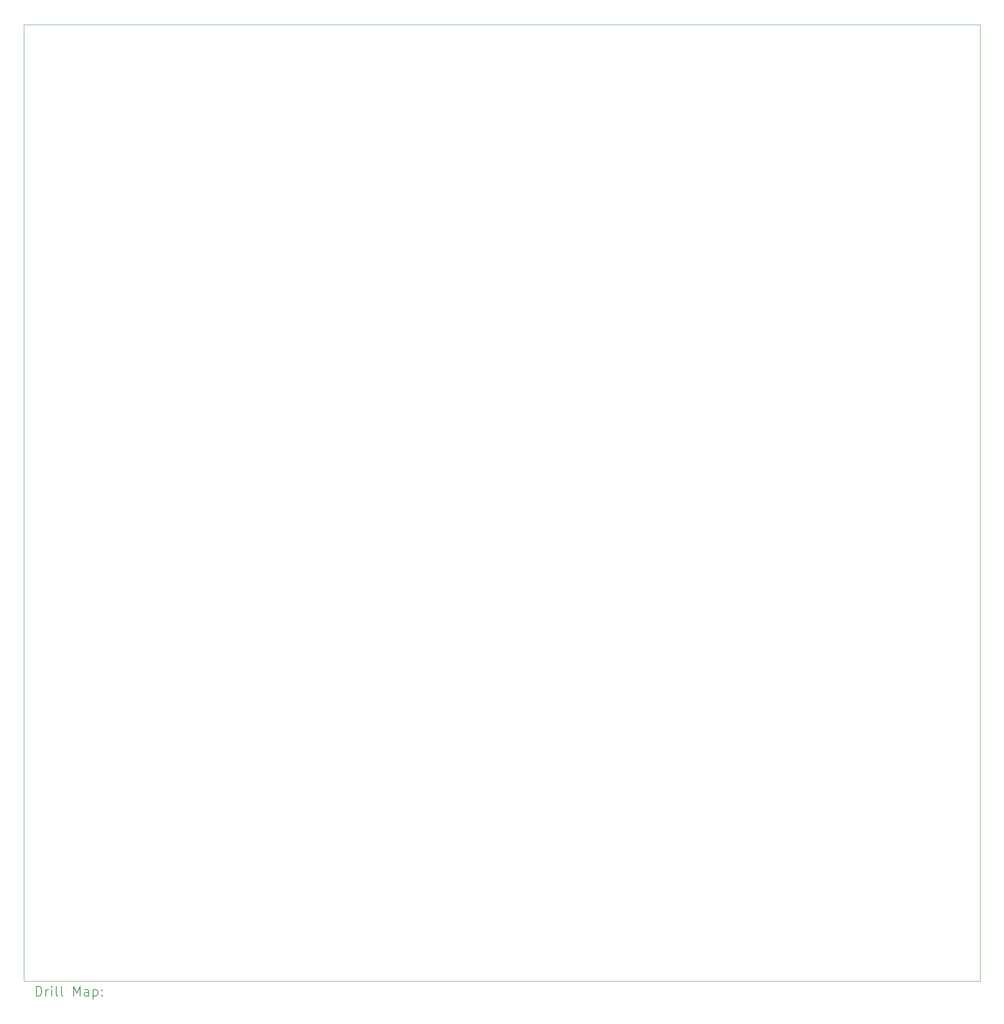
<source format=gbr>
%TF.GenerationSoftware,KiCad,Pcbnew,8.0.8*%
%TF.CreationDate,2025-02-02T20:06:04-05:00*%
%TF.ProjectId,Chessboard Hardware,43686573-7362-46f6-9172-642048617264,1*%
%TF.SameCoordinates,Original*%
%TF.FileFunction,Drillmap*%
%TF.FilePolarity,Positive*%
%FSLAX45Y45*%
G04 Gerber Fmt 4.5, Leading zero omitted, Abs format (unit mm)*
G04 Created by KiCad (PCBNEW 8.0.8) date 2025-02-02 20:06:04*
%MOMM*%
%LPD*%
G01*
G04 APERTURE LIST*
%ADD10C,0.038100*%
%ADD11C,0.200000*%
G04 APERTURE END LIST*
D10*
X5000000Y-5000000D02*
X25000000Y-5000000D01*
X25000000Y-25000000D01*
X5000000Y-25000000D01*
X5000000Y-5000000D01*
D11*
X5258872Y-25313389D02*
X5258872Y-25113389D01*
X5258872Y-25113389D02*
X5306491Y-25113389D01*
X5306491Y-25113389D02*
X5335062Y-25122913D01*
X5335062Y-25122913D02*
X5354110Y-25141960D01*
X5354110Y-25141960D02*
X5363634Y-25161008D01*
X5363634Y-25161008D02*
X5373158Y-25199103D01*
X5373158Y-25199103D02*
X5373158Y-25227674D01*
X5373158Y-25227674D02*
X5363634Y-25265770D01*
X5363634Y-25265770D02*
X5354110Y-25284817D01*
X5354110Y-25284817D02*
X5335062Y-25303865D01*
X5335062Y-25303865D02*
X5306491Y-25313389D01*
X5306491Y-25313389D02*
X5258872Y-25313389D01*
X5458872Y-25313389D02*
X5458872Y-25180055D01*
X5458872Y-25218151D02*
X5468396Y-25199103D01*
X5468396Y-25199103D02*
X5477919Y-25189579D01*
X5477919Y-25189579D02*
X5496967Y-25180055D01*
X5496967Y-25180055D02*
X5516015Y-25180055D01*
X5582681Y-25313389D02*
X5582681Y-25180055D01*
X5582681Y-25113389D02*
X5573158Y-25122913D01*
X5573158Y-25122913D02*
X5582681Y-25132436D01*
X5582681Y-25132436D02*
X5592205Y-25122913D01*
X5592205Y-25122913D02*
X5582681Y-25113389D01*
X5582681Y-25113389D02*
X5582681Y-25132436D01*
X5706491Y-25313389D02*
X5687443Y-25303865D01*
X5687443Y-25303865D02*
X5677919Y-25284817D01*
X5677919Y-25284817D02*
X5677919Y-25113389D01*
X5811253Y-25313389D02*
X5792205Y-25303865D01*
X5792205Y-25303865D02*
X5782681Y-25284817D01*
X5782681Y-25284817D02*
X5782681Y-25113389D01*
X6039824Y-25313389D02*
X6039824Y-25113389D01*
X6039824Y-25113389D02*
X6106491Y-25256246D01*
X6106491Y-25256246D02*
X6173157Y-25113389D01*
X6173157Y-25113389D02*
X6173157Y-25313389D01*
X6354110Y-25313389D02*
X6354110Y-25208627D01*
X6354110Y-25208627D02*
X6344586Y-25189579D01*
X6344586Y-25189579D02*
X6325538Y-25180055D01*
X6325538Y-25180055D02*
X6287443Y-25180055D01*
X6287443Y-25180055D02*
X6268396Y-25189579D01*
X6354110Y-25303865D02*
X6335062Y-25313389D01*
X6335062Y-25313389D02*
X6287443Y-25313389D01*
X6287443Y-25313389D02*
X6268396Y-25303865D01*
X6268396Y-25303865D02*
X6258872Y-25284817D01*
X6258872Y-25284817D02*
X6258872Y-25265770D01*
X6258872Y-25265770D02*
X6268396Y-25246722D01*
X6268396Y-25246722D02*
X6287443Y-25237198D01*
X6287443Y-25237198D02*
X6335062Y-25237198D01*
X6335062Y-25237198D02*
X6354110Y-25227674D01*
X6449348Y-25180055D02*
X6449348Y-25380055D01*
X6449348Y-25189579D02*
X6468396Y-25180055D01*
X6468396Y-25180055D02*
X6506491Y-25180055D01*
X6506491Y-25180055D02*
X6525538Y-25189579D01*
X6525538Y-25189579D02*
X6535062Y-25199103D01*
X6535062Y-25199103D02*
X6544586Y-25218151D01*
X6544586Y-25218151D02*
X6544586Y-25275293D01*
X6544586Y-25275293D02*
X6535062Y-25294341D01*
X6535062Y-25294341D02*
X6525538Y-25303865D01*
X6525538Y-25303865D02*
X6506491Y-25313389D01*
X6506491Y-25313389D02*
X6468396Y-25313389D01*
X6468396Y-25313389D02*
X6449348Y-25303865D01*
X6630300Y-25294341D02*
X6639824Y-25303865D01*
X6639824Y-25303865D02*
X6630300Y-25313389D01*
X6630300Y-25313389D02*
X6620777Y-25303865D01*
X6620777Y-25303865D02*
X6630300Y-25294341D01*
X6630300Y-25294341D02*
X6630300Y-25313389D01*
X6630300Y-25189579D02*
X6639824Y-25199103D01*
X6639824Y-25199103D02*
X6630300Y-25208627D01*
X6630300Y-25208627D02*
X6620777Y-25199103D01*
X6620777Y-25199103D02*
X6630300Y-25189579D01*
X6630300Y-25189579D02*
X6630300Y-25208627D01*
M02*

</source>
